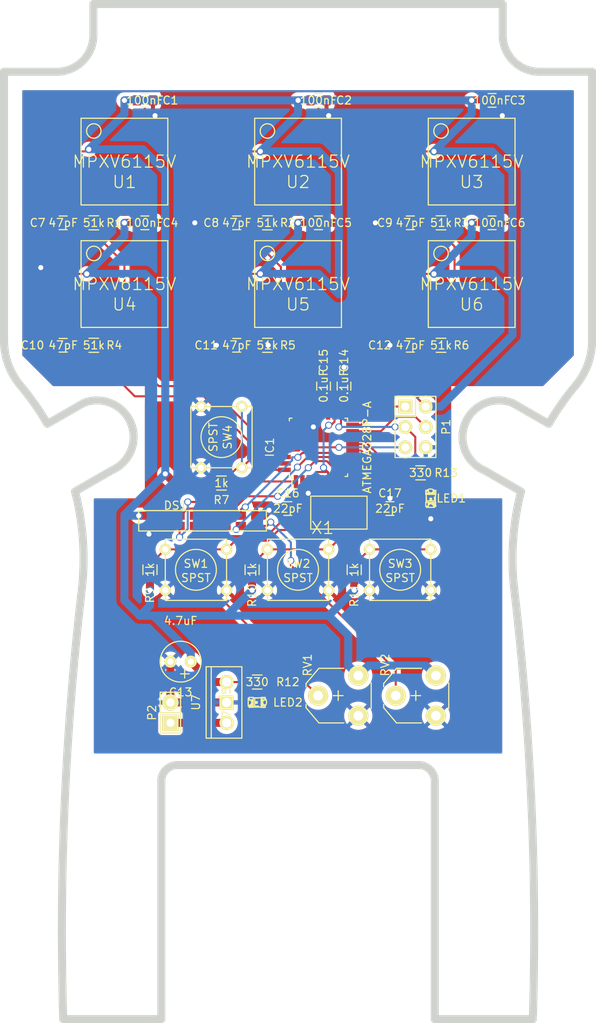
<source format=kicad_pcb>
(kicad_pcb (version 20221018) (generator pcbnew)
  (layers (0 "F.Cu" signal) (31 "B.Cu" signal) (34 "B.Paste" user) (35 "F.Paste" user) (36 "B.SilkS" user "B.Silkscreen") (37 "F.SilkS" user "F.Silkscreen") (38 "B.Mask" user) (39 "F.Mask" user) (44 "Edge.Cuts" user))
  (net 0 "")
  (net 1 "+5V")
  (net 2 "GND")
  (net 3 "S1")
  (net 4 "S2")
  (net 5 "S3")
  (net 6 "S4")
  (net 7 "S5")
  (net 8 "S6")
  (net 9 "Net-(C16-Pad2)")
  (net 10 "Net-(C17-Pad2)")
  (net 11 "LCD_RS")
  (net 12 "LCD_RW")
  (net 13 "LCD_E")
  (net 14 "LCD_DB4")
  (net 15 "LCD_DB5")
  (net 16 "LCD_DB6")
  (net 17 "LCD_DB7")
  (net 18 "B0")
  (net 19 "B1")
  (net 20 "B2")
  (net 21 "/MOSI")
  (net 22 "/MISO")
  (net 23 "/SCK")
  (net 24 "Net-(IC1-Pad19)")
  (net 25 "Net-(IC1-Pad22)")
  (net 26 "/RESET")
  (net 27 "Net-(IC1-Pad30)")
  (net 28 "Net-(U1-Pad6)")
  (net 29 "Net-(U1-Pad7)")
  (net 30 "Net-(U1-Pad8)")
  (net 31 "Net-(U1-Pad5)")
  (net 32 "Net-(U1-Pad1)")
  (net 33 "Net-(U2-Pad6)")
  (net 34 "Net-(U2-Pad7)")
  (net 35 "Net-(U2-Pad8)")
  (net 36 "Net-(U2-Pad5)")
  (net 37 "Net-(U2-Pad1)")
  (net 38 "Net-(U3-Pad6)")
  (net 39 "Net-(U3-Pad7)")
  (net 40 "Net-(U3-Pad8)")
  (net 41 "Net-(U3-Pad5)")
  (net 42 "Net-(U3-Pad1)")
  (net 43 "Net-(U4-Pad6)")
  (net 44 "Net-(U4-Pad7)")
  (net 45 "Net-(U4-Pad8)")
  (net 46 "Net-(U4-Pad5)")
  (net 47 "Net-(U4-Pad1)")
  (net 48 "Net-(U5-Pad6)")
  (net 49 "Net-(U5-Pad7)")
  (net 50 "Net-(U5-Pad8)")
  (net 51 "Net-(U5-Pad5)")
  (net 52 "Net-(U5-Pad1)")
  (net 53 "Net-(U6-Pad6)")
  (net 54 "Net-(U6-Pad7)")
  (net 55 "Net-(U6-Pad8)")
  (net 56 "Net-(U6-Pad5)")
  (net 57 "Net-(U6-Pad1)")
  (net 58 "+BATT")
  (net 59 "Net-(C15-Pad1)")
  (net 60 "Net-(LED1-Pad1)")
  (net 61 "Net-(LED2-Pad1)")
  (net 62 "Net-(DS1-Pad3)")
  (net 63 "Net-(DS1-Pad15)")
  (net 64 "Net-(DS1-Pad7)")
  (net 65 "Net-(DS1-Pad8)")
  (net 66 "Net-(DS1-Pad9)")
  (net 67 "Net-(DS1-Pad10)")
  (footprint "Capacitors_SMD:C_0805" (layer "F.Cu") (at 134.62 38.1)
    (fp_text reference "C2")
    (fp_text value "100nF")
  )
  (footprint "Capacitors_SMD:C_0805" (layer "F.Cu") (at 113.03 53.34)
    (fp_text reference "C4")
    (fp_text value "100nF")
  )
  (footprint "Capacitors_SMD:C_0805" (layer "F.Cu") (at 134.62 53.34)
    (fp_text reference "C5")
    (fp_text value "100nF")
  )
  (footprint "Capacitors_SMD:C_0805" (layer "F.Cu") (at 156.21 53.34)
    (fp_text reference "C6")
    (fp_text value "100nF")
  )
  (footprint "Capacitors_SMD:C_0805" (layer "F.Cu") (at 124.46 53.34 180)
    (fp_text reference "C8")
    (fp_text value "47pF")
  )
  (footprint "Capacitors_SMD:C_0805" (layer "F.Cu") (at 146.05 53.34 180)
    (fp_text reference "C9")
    (fp_text value "47pF")
  )
  (footprint "Capacitors_SMD:C_0805" (layer "F.Cu") (at 102.87 68.58 180)
    (fp_text reference "C10")
    (fp_text value "47pF")
  )
  (footprint "Capacitors_SMD:C_0805" (layer "F.Cu") (at 146.05 68.58 180)
    (fp_text reference "C12")
    (fp_text value "47pF")
  )
  (footprint "Capacitors_SMD:C_0805" (layer "F.Cu") (at 137.795 73.66 90)
    (fp_text reference "C14")
    (fp_text value "0.1uF")
  )
  (footprint "Capacitors_SMD:C_0805" (layer "F.Cu") (at 135.255 73.66 90)
    (fp_text reference "C15")
    (fp_text value "0.1uF")
  )
  (footprint "Housings_QFP:TQFP-32_7x7mm_Pitch0.8mm" (layer "F.Cu") (at 134.62 81.28 90)
    (fp_text reference "IC1")
    (fp_text value "ATMEGA328P-A")
  )
  (footprint "Resistors_SMD:R_0805" (layer "F.Cu") (at 106.68 53.34)
    (fp_text reference "R1")
    (fp_text value "51k")
  )
  (footprint "Resistors_SMD:R_0805" (layer "F.Cu") (at 128.27 53.34)
    (fp_text reference "R2")
    (fp_text value "51k")
  )
  (footprint "Resistors_SMD:R_0805" (layer "F.Cu") (at 128.27 68.58)
    (fp_text reference "R5")
    (fp_text value "51k")
  )
  (footprint "Discret:SW_PUSH_SMALL" (layer "F.Cu") (at 132.08 96.52)
    (fp_text reference "SW2")
    (fp_text value "SPST")
  )
  (footprint "Discret:SW_PUSH_SMALL" (layer "F.Cu") (at 144.78 96.52)
    (fp_text reference "SW3")
    (fp_text value "SPST")
  )
  (footprint "Discret:SW_PUSH_SMALL" (layer "F.Cu") (at 122.555 80.01 -90)
    (fp_text reference "SW4")
    (fp_text value "SPST")
  )
  (footprint "Resistors_SMD:R_0805" (layer "F.Cu") (at 106.68 68.58)
    (fp_text reference "R4")
    (fp_text value "51k")
  )
  (footprint "NQBit_edit:MPXV6115V" (layer "F.Cu") (at 153.67 60.96)
    (fp_text reference "U6")
    (fp_text value "MPXV6115V")
  )
  (footprint "NQBit_edit:MPXV6115V" (layer "F.Cu") (at 132.08 60.96)
    (fp_text reference "U5")
    (fp_text value "MPXV6115V")
  )
  (footprint "Capacitors_SMD:C_0805" (layer "F.Cu") (at 156.21 38.1)
    (fp_text reference "C3")
    (fp_text value "100nF")
  )
  (footprint "NQBit_edit:MPXV6115V" (layer "F.Cu") (at 110.49 45.72)
    (fp_text reference "U1")
    (fp_text value "MPXV6115V")
  )
  (footprint "Resistors_SMD:R_0805" (layer "F.Cu") (at 149.86 53.34)
    (fp_text reference "R3")
    (fp_text value "51k")
  )
  (footprint "Resistors_SMD:R_0805" (layer "F.Cu") (at 149.86 68.58)
    (fp_text reference "R6")
    (fp_text value "51k")
  )
  (footprint "Resistors_SMD:R_0805" (layer "F.Cu") (at 122.555 85.725 180)
    (fp_text reference "R7")
    (fp_text value "1k")
  )
  (footprint "Pin_Headers:Pin_Header_Straight_1x02" (layer "F.Cu") (at 116.205 114.3 90)
    (fp_text reference "P2")
    (fp_text value "CONN_01X02" hide)
  )
  (footprint "Resistors_SMD:R_0805" (layer "F.Cu") (at 126.365 96.52 -90)
    (fp_text reference "R10")
    (fp_text value "1k")
  )
  (footprint "Resistors_SMD:R_0805" (layer "F.Cu") (at 113.665 96.52 -90)
    (fp_text reference "R9")
    (fp_text value "1k")
  )
  (footprint "Resistors_SMD:R_0805" (layer "F.Cu") (at 139.065 96.52 -90)
    (fp_text reference "R11")
    (fp_text value "1k")
  )
  (footprint "Capacitors_SMD:C_0805" (layer "F.Cu") (at 113.03 38.1)
    (fp_text reference "C1")
    (fp_text value "100nF")
  )
  (footprint "NQBit_edit:MPXV6115V" (layer "F.Cu") (at 132.08 45.72)
    (fp_text reference "U2")
    (fp_text value "MPXV6115V")
  )
  (footprint "LEDs:LED-0805" (layer "F.Cu") (at 127 113.03 180)
    (fp_text reference "LED2")
    (fp_text value "LED")
  )
  (footprint "Resistors_SMD:R_0805" (layer "F.Cu") (at 127 110.49 180)
    (fp_text reference "R12")
    (fp_text value "330")
  )
  (footprint "Pin_Headers:Pin_Header_Straight_2x03" (layer "F.Cu") (at 146.685 78.74 -90)
    (fp_text reference "P1")
    (fp_text value "CONN_02X03" hide)
  )
  (footprint "Capacitors_SMD:C_0805" (layer "F.Cu") (at 102.87 53.34 180)
    (fp_text reference "C7")
    (fp_text value "47pF")
  )
  (footprint "Capacitors_Elko_ThroughHole:Elko_vert_11x5mm_RM2.5" (layer "F.Cu") (at 118.745 107.95 180)
    (fp_text reference "C13")
    (fp_text value "4.7uF")
  )
  (footprint "Capacitors_SMD:C_0805" (layer "F.Cu") (at 124.46 68.58 180)
    (fp_text reference "C11")
    (fp_text value "47pF")
  )
  (footprint "Discret:LM78XXV" (layer "F.Cu") (at 123.19 113.03 180)
    (fp_text reference "U7")
    (fp_text value "7805")
  )
  (footprint "NQBit_edit:MPXV6115V" (layer "F.Cu") (at 153.67 45.72)
    (fp_text reference "U3")
    (fp_text value "MPXV6115V")
  )
  (footprint "NQBit_edit:MPXV6115V" (layer "F.Cu") (at 110.49 60.96)
    (fp_text reference "U4")
    (fp_text value "MPXV6115V")
  )
  (footprint "Discret:SW_PUSH_SMALL" (layer "F.Cu") (at 119.38 96.52)
    (fp_text reference "SW1")
    (fp_text value "SPST")
  )
  (footprint "Resistors_SMD:R_0805" (layer "F.Cu") (at 147.32 84.455 180)
    (fp_text reference "R13")
    (fp_text value "330")
  )
  (footprint "LEDs:LED-0805" (layer "F.Cu") (at 148.59 87.63 -90)
    (fp_text reference "LED1")
    (fp_text value "LED")
  )
  (footprint "Capacitors_SMD:C_0805" (layer "F.Cu") (at 130.81 88.9)
    (fp_text reference "C16")
    (fp_text value "22pF")
  )
  (footprint "Capacitors_SMD:C_0805" (layer "F.Cu") (at 143.51 88.9 180)
    (fp_text reference "C17")
    (fp_text value "22pF")
  )
  (footprint "Potentiometers:Potentiometer_VishaySpectrol-Econtrim-Type36M" (layer "F.Cu") (at 139.573 114.681 90)
    (fp_text reference "RV1")
    (fp_text value "10k" hide)
  )
  (footprint "Potentiometers:Potentiometer_VishaySpectrol-Econtrim-Type36M" (layer "F.Cu") (at 149.225 114.681 90)
    (fp_text reference "RV2")
    (fp_text value "10k" hide)
  )
  (footprint "Connect:GS_8x2" (layer "F.Cu") (at 119.888 90.424)
    (fp_text reference "DS1")
    (fp_text value "LCD-016N002L" hide)
  )
  (footprint "NQBit:HC-49USX_SMD" (layer "F.Cu") (at 137.16 89.408)
    (fp_text reference "X1")
    (fp_text value "CRYSTAL" hide)
  )
  (gr_line (start 106.628 29.99) (end 106.628 26.108) (stroke (width 1)) (layer "Edge.Cuts"))
  (gr_arc (start 106.628 29.99) (mid 105.295922 33.205922) (end 102.08 34.538) (stroke (width 1)) (layer "Edge.Cuts"))
  (gr_line (start 95.516 34.538) (end 102.08 34.538) (stroke (width 1)) (layer "Edge.Cuts"))
  (gr_line (start 95.516 67.964) (end 95.516 34.538) (stroke (width 1)) (layer "Edge.Cuts"))
  (gr_arc (start 97.567 73.598) (mid 96.044902 70.962247) (end 95.516078 67.964861) (stroke (width 1)) (layer "Edge.Cuts"))
  (gr_line (start 105.405 75.762) (end 100.905 78.36) (stroke (width 1)) (layer "Edge.Cuts"))
  (gr_arc (start 105.406515 75.760945) (mid 111.289798 78.268647) (end 108.849 84.18) (stroke (width 1)) (layer "Edge.Cuts"))
  (gr_line (start 104.349 86.778) (end 108.849 84.18) (stroke (width 1)) (layer "Edge.Cuts"))
  (gr_line (start 115.077 152.442) (end 102.879 152.442) (stroke (width 1)) (layer "Edge.Cuts"))
  (gr_line (start 115.077 122.819) (end 115.077 152.442) (stroke (width 1)) (layer "Edge.Cuts"))
  (gr_arc (start 115.077 122.819) (mid 115.662786 121.404786) (end 117.077 120.819) (stroke (width 1)) (layer "Edge.Cuts"))
  (gr_line (start 147.083 120.819) (end 117.077 120.819) (stroke (width 1)) (layer "Edge.Cuts"))
  (gr_line (start 149.083 152.442) (end 149.083 122.819) (stroke (width 1)) (layer "Edge.Cuts"))
  (gr_line (start 161.281 152.442) (end 149.083 152.442) (stroke (width 1)) (layer "Edge.Cuts"))
  (gr_line (start 155.311 84.18) (end 159.811 86.778) (stroke (width 1)) (layer "Edge.Cuts"))
  (gr_arc (start 155.309509 84.17891) (mid 152.871274 78.267144) (end 158.755 75.762) (stroke (width 1)) (layer "Edge.Cuts"))
  (gr_line (start 163.255 78.36) (end 158.755 75.762) (stroke (width 1)) (layer "Edge.Cuts"))
  (gr_arc (start 163.271031 78.33224) (mid 164.8297 75.893326) (end 166.593 73.598) (stroke (width 1)) (layer "Edge.Cuts"))
  (gr_arc (start 168.644 67.964) (mid 168.115466 70.961465) (end 166.593613 73.597391) (stroke (width 1)) (layer "Edge.Cuts"))
  (gr_line (start 168.644 34.538) (end 168.644 67.964) (stroke (width 1)) (layer "Edge.Cuts"))
  (gr_line (start 162.08 34.538) (end 168.644 34.538) (stroke (width 1)) (layer "Edge.Cuts"))
  (gr_arc (start 162.08 34.538) (mid 158.864078 33.205922) (end 157.532 29.99) (stroke (width 1)) (layer "Edge.Cuts"))
  (gr_line (start 157.532 26.108) (end 157.532 29.99) (stroke (width 1)) (layer "Edge.Cuts"))
  (gr_line (start 106.628 26.108) (end 157.532 26.108) (stroke (width 1)) (layer "Edge.Cuts"))
  (gr_arc (start 97.587565 73.622591) (mid 99.348667 75.9196) (end 100.905 78.36) (stroke (width 1)) (layer "Edge.Cuts"))
  (gr_arc (start 104.350452 86.783378) (mid 105.332435 92.866709) (end 105.184 99.027) (stroke (width 1)) (layer "Edge.Cuts"))
  (gr_arc (start 158.975419 99.02146) (mid 158.828008 92.861157) (end 159.811 86.778) (stroke (width 1)) (layer "Edge.Cuts"))
  (gr_arc (start 147.083 120.819) (mid 148.497214 121.404786) (end 149.083 122.819) (stroke (width 1)) (layer "Edge.Cuts"))
  (gr_arc (start 158.976 99.027) (mid 161.094693 125.476326) (end 161.29375 152.009628) (stroke (width 1)) (layer "Edge.Cuts"))
  (gr_arc (start 102.879 152.442) (mid 103.046734 125.908487) (end 105.134201 99.456683) (stroke (width 1)) (layer "Edge.Cuts"))
  (segment (start 145.29 59.69) (end 148.985 59.69) (width 0.254) (layer "F.Cu") (net 1))
  (segment (start 145.29 59.69) (end 145.798 59.69) (width 0.254) (layer "F.Cu") (net 1))
  (segment (start 136.175498 78.528502) (end 136.62 78.084) (width 0.254) (layer "F.Cu") (net 1))
  (segment (start 112.03 38.225) (end 112.03 38.1) (width 0.254) (layer "F.Cu") (net 1))
  (segment (start 102.11 59.69) (end 105.805 59.69) (width 0.254) (layer "F.Cu") (net 1))
  (segment (start 121.285 110.49) (end 118.745 107.95) (width 1) (layer "F.Cu") (net 1))
  (segment (start 145.29 59.69) (end 144.782 59.69) (width 0.254) (layer "F.Cu") (net 1))
  (segment (start 137.795 74.66) (end 137.795 74.894198) (width 0.254) (layer "F.Cu") (net 1))
  (segment (start 112.03 53.465) (end 112.03 53.34) (width 0.254) (layer "F.Cu") (net 1))
  (segment (start 135.89 78.528502) (end 136.175498 78.528502) (width 0.254) (layer "F.Cu") (net 1))
  (segment (start 155.21 53.465) (end 155.21 53.34) (width 0.254) (layer "F.Cu") (net 1))
  (segment (start 136.525 76.935) (end 136.62 77.03) (width 0.254) (layer "F.Cu") (net 1))
  (segment (start 113.665 99.06) (end 113.665 97.47) (width 1) (layer "F.Cu") (net 1))
  (segment (start 102.11 59.69) (end 101.602 59.69) (width 0.254) (layer "F.Cu") (net 1))
  (segment (start 133.62 53.34) (end 132.08 53.34) (width 1) (layer "F.Cu") (net 1))
  (segment (start 145.29 44.45) (end 145.798 44.45) (width 0.254) (layer "F.Cu") (net 1))
  (segment (start 123.7 59.69) (end 124.208 59.69) (width 0.254) (layer "F.Cu") (net 1))
  (segment (start 155.21 53.34) (end 153.67 53.34) (width 1) (layer "F.Cu") (net 1))
  (segment (start 135.692999 84.348999) (end 135.82 84.476) (width 0.254) (layer "F.Cu") (net 1))
  (segment (start 136.525 76.164198) (end 136.525 76.935) (width 0.254) (layer "F.Cu") (net 1))
  (segment (start 123.7 59.69) (end 127.395 59.69) (width 0.254) (layer "F.Cu") (net 1))
  (segment (start 121.605 85.725) (end 116.713 85.725) (width 1) (layer "F.Cu") (net 1))
  (segment (start 116.713 85.725) (end 115.57 84.582) (width 1) (layer "F.Cu") (net 1))
  (segment (start 113.538 89.789) (end 112.268 89.789) (width 1) (layer "F.Cu") (net 1))
  (segment (start 145.29 44.45) (end 148.985 44.45) (width 0.254) (layer "F.Cu") (net 1))
  (segment (start 133.62 38.1) (end 132.08 38.1) (width 1) (layer "F.Cu") (net 1))
  (segment (start 101.602 44.45) (end 102.11 44.45) (width 0.254) (layer "F.Cu") (net 1))
  (segment (start 133.62 38.225) (end 133.62 38.1) (width 0.254) (layer "F.Cu") (net 1))
  (segment (start 139.065 97.47) (end 139.065 99.06) (width 1) (layer "F.Cu") (net 1))
  (segment (start 146.415 74.66) (end 147.955 76.2) (width 0.254) (layer "F.Cu") (net 1))
  (segment (start 137.795 74.66) (end 146.415 74.66) (width 0.254) (layer "F.Cu") (net 1))
  (segment (start 144.782 44.45) (end 145.29 44.45) (width 0.254) (layer "F.Cu") (net 1))
  (segment (start 135.82 84.476) (end 135.82 85.53) (width 0.254) (layer "F.Cu") (net 1))
  (segment (start 102.11 59.69) (end 102.618 59.69) (width 0.254) (layer "F.Cu") (net 1))
  (segment (start 135.82 85.53) (end 135.82 84.385) (width 0.254) (layer "F.Cu") (net 1))
  (segment (start 134.440199 84.348999) (end 135.692999 84.348999) (width 0.254) (layer "F.Cu") (net 1))
  (segment (start 133.62 53.465) (end 133.62 53.34) (width 0.254) (layer "F.Cu") (net 1))
  (segment (start 112.03 53.34) (end 110.49 53.34) (width 1) (layer "F.Cu") (net 1))
  (segment (start 136.62 78.084) (end 136.62 77.03) (width 0.254) (layer "F.Cu") (net 1))
  (segment (start 126.05 110.49) (end 123.19 110.49) (width 0.254) (layer "F.Cu") (net 1))
  (segment (start 134.22 85.53) (end 134.22 84.569198) (width 0.254) (layer "F.Cu") (net 1))
  (segment (start 123.7 44.45) (end 124.208 44.45) (width 0.254) (layer "F.Cu") (net 1))
  (segment (start 137.795 74.894198) (end 136.525 76.164198) (width 0.254) (layer "F.Cu") (net 1))
  (segment (start 123.192 44.45) (end 123.7 44.45) (width 0.254) (layer "F.Cu") (net 1))
  (segment (start 123.7 44.45) (end 127.395 44.45) (width 0.254) (layer "F.Cu") (net 1))
  (segment (start 135.82 84.385) (end 135.255 83.82) (width 0.254) (layer "F.Cu") (net 1))
  (segment (start 155.21 38.225) (end 155.21 38.1) (width 0.254) (layer "F.Cu") (net 1))
  (segment (start 134.22 84.569198) (end 134.440199 84.348999) (width 0.254) (layer "F.Cu") (net 1))
  (segment (start 155.21 38.1) (end 153.67 38.1) (width 1) (layer "F.Cu") (net 1))
  (segment (start 126.365 97.47) (end 126.365 99.06) (width 1) (layer "F.Cu") (net 1))
  (segment (start 123.19 110.49) (end 121.285 110.49) (width 1) (layer "F.Cu") (net 1))
  (segment (start 112.03 38.1) (end 110.49 38.1) (width 1) (layer "F.Cu") (net 1))
  (segment (start 102.11 44.45) (end 105.805 44.45) (width 0.254) (layer "F.Cu") (net 1))
  (segment (start 123.7 59.69) (end 123.192 59.69) (width 0.254) (layer "F.Cu") (net 1))
  (segment (start 105.805 44.45) (end 106.063015 44.191985) (width 0.254) (layer "F.Cu") (net 1))
  (via (at 132.08 38.1) (size 0.889) (drill 0.635) (layers "F.Cu" "B.Cu") (net 1))
  (via (at 153.67 38.1) (size 0.889) (drill 0.635) (layers "F.Cu" "B.Cu") (net 1))
  (via (at 112.268 89.789) (size 0.889) (drill 0.635) (layers "F.Cu" "B.Cu") (net 1))
  (via (at 115.57 84.582) (size 0.889) (drill 0.635) (layers "F.Cu" "B.Cu") (net 1))
  (via (at 113.665 99.06) (size 0.889) (drill 0.635) (layers "F.Cu" "B.Cu") (net 1))
  (via (at 132.08 53.34) (size 0.889) (drill 0.635) (layers "F.Cu" "B.Cu") (net 1))
  (via (at 139.065 99.06) (size 0.889) (drill 0.635) (layers "F.Cu" "B.Cu") (net 1))
  (via (at 126.365 99.06) (size 0.889) (drill 0.635) (layers "F.Cu" "B.Cu") (net 1))
  (via (at 110.49 53.34) (size 0.889) (drill 0.635) (layers "F.Cu" "B.Cu") (net 1))
  (via (at 153.67 53.34) (size 0.889) (drill 0.635) (layers "F.Cu" "B.Cu") (net 1))
  (via (at 148.985 59.69) (size 0.889) (drill 0.635) (layers "F.Cu" "B.Cu") (net 1))
  (via (at 135.255 83.82) (size 0.889) (drill 0.635) (layers "F.Cu" "B.Cu") (net 1))
  (via (at 110.49 38.1) (size 0.889) (drill 0.635) (layers "F.Cu" "B.Cu") (net 1))
  (via (at 105.805 59.69) (size 0.889) (drill 0.635) (layers "F.Cu" "B.Cu") (net 1))
  (via (at 148.985 44.45) (size 0.889) (drill 0.635) (layers "F.Cu" "B.Cu") (net 1))
  (via (at 135.89 78.528502) (size 0.889) (drill 0.635) (layers "F.Cu" "B.Cu") (net 1))
  (via (at 106.063015 44.191985) (size 0.889) (drill 0.635) (layers "F.Cu" "B.Cu") (net 1))
  (via (at 127.395 59.69) (size 0.889) (drill 0.635) (layers "F.Cu" "B.Cu") (net 1))
  (via (at 127.395 44.45) (size 0.889) (drill 0.635) (layers "F.Cu" "B.Cu") (net 1))
  (segment (start 158.75 46.99) (end 158.75 62.23) (width 1) (layer "B.Cu") (net 1))
  (segment (start 106.063015 44.191985) (end 112.771985 44.191985) (width 1) (layer "B.Cu") (net 1))
  (segment (start 123.19 102.235) (end 112.395 102.235) (width 1) (layer "B.Cu") (net 1))
  (segment (start 110.617 89.789) (end 110.49 89.662) (width 1) (layer "B.Cu") (net 1))
  (segment (start 138.323321 104.668321) (end 135.89 102.235) (width 1) (layer "B.Cu") (net 1))
  (segment (start 153.67 38.1) (end 153.67 39.765) (width 1) (layer "B.Cu") (net 1))
  (segment (start 113.665 99.06) (end 113.665 100.965) (width 1) (layer "B.Cu") (net 1))
  (segment (start 153.67 39.765) (end 148.985 44.45) (width 1) (layer "B.Cu") (net 1))
  (segment (start 139.573 109.68228) (end 138.323321 108.432601) (width 1) (layer "B.Cu") (net 1))
  (segment (start 137.16 46.99) (end 137.16 62.23) (width 1) (layer "B.Cu") (net 1))
  (segment (start 138.323321 108.432601) (end 138.323321 104.668321) (width 1) (layer "B.Cu") (net 1))
  (segment (start 112.771985 44.191985) (end 115.57 46.99) (width 1) (layer "B.Cu") (net 1))
  (segment (start 149.225 109.68228) (end 147.975321 108.432601) (width 1) (layer "B.Cu") (net 1))
  (segment (start 113.665 100.965) (end 112.395 102.235) (width 1) (layer "B.Cu") (net 1))
  (segment (start 110.49 38.1) (end 110.49 39.765) (width 1) (layer "B.Cu") (net 1))
  (segment (start 134.62 59.69) (end 137.16 62.23) (width 1) (layer "B.Cu") (net 1))
  (segment (start 132.08 53.34) (end 132.08 55.005) (width 1) (layer "B.Cu") (net 1))
  (segment (start 110.49 53.34) (end 110.49 55.005) (width 1) (layer "B.Cu") (net 1))
  (segment (start 147.975321 108.432601) (end 140.822679 108.432601) (width 1) (layer "B.Cu") (net 1))
  (segment (start 112.268 89.789) (end 110.617 89.789) (width 1) (layer "B.Cu") (net 1))
  (segment (start 134.62 44.45) (end 137.16 46.99) (width 1) (layer "B.Cu") (net 1))
  (segment (start 127.395 44.45) (end 134.62 44.45) (width 1) (layer "B.Cu") (net 1))
  (segment (start 149.86 76.2) (end 158.75 67.31) (width 1) (layer "B.Cu") (net 1))
  (segment (start 156.21 59.69) (end 158.75 62.23) (width 1) (layer "B.Cu") (net 1))
  (segment (start 148.985 59.69) (end 156.21 59.69) (width 1) (layer "B.Cu") (net 1))
  (segment (start 132.08 39.765) (end 127.395 44.45) (width 1) (layer "B.Cu") (net 1))
  (segment (start 135.255 79.163502) (end 135.89 78.528502) (width 0.254) (layer "B.Cu") (net 1))
  (segment (start 115.57 46.99) (end 115.57 62.23) (width 1) (layer "B.Cu") (net 1))
  (segment (start 132.08 38.1) (end 132.08 39.765) (width 1) (layer "B.Cu") (net 1))
  (segment (start 158.75 67.31) (end 158.75 62.23) (width 1) (layer "B.Cu") (net 1))
  (segment (start 110.49 89.662) (end 115.57 84.582) (width 1) (layer "B.Cu") (net 1))
  (segment (start 153.67 55.005) (end 148.985 59.69) (width 1) (layer "B.Cu") (net 1))
  (segment (start 140.822679 108.432601) (end 139.573 109.68228) (width 1) (layer "B.Cu") (net 1))
  (segment (start 113.03 59.69) (end 115.57 62.23) (width 1) (layer "B.Cu") (net 1))
  (segment (start 112.395 102.235) (end 110.49 100.33) (width 1) (layer "B.Cu") (net 1))
  (segment (start 110.49 100.33) (end 110.49 89.662) (width 1) (layer "B.Cu") (net 1))
  (segment (start 118.745 107.95) (end 118.745 106.888534) (width 1) (layer "B.Cu") (net 1))
  (segment (start 127.395 59.69) (end 134.62 59.69) (width 1) (layer "B.Cu") (net 1))
  (segment (start 105.805 59.69) (end 113.03 59.69) (width 1) (layer "B.Cu") (net 1))
  (segment (start 132.08 38.1) (end 110.49 38.1) (width 1) (layer "B.Cu") (net 1))
  (segment (start 148.985 44.45) (end 156.21 44.45) (width 1) (layer "B.Cu") (net 1))
  (segment (start 135.255 83.82) (end 135.255 79.163502) (width 0.254) (layer "B.Cu") (net 1))
  (segment (start 147.955 76.2) (end 149.86 76.2) (width 1) (layer "B.Cu") (net 1))
  (segment (start 110.49 39.765) (end 106.063015 44.191985) (width 1) (layer "B.Cu") (net 1))
  (segment (start 110.49 55.005) (end 105.805 59.69) (width 1) (layer "B.Cu") (net 1))
  (segment (start 114.091466 102.235) (end 112.395 102.235) (width 1) (layer "B.Cu") (net 1))
  (segment (start 156.21 44.45) (end 158.75 46.99) (width 1) (layer "B.Cu") (net 1))
  (segment (start 135.89 102.235) (end 139.065 99.06) (width 1) (layer "B.Cu") (net 1))
  (segment (start 118.745 106.888534) (end 114.091466 102.235) (width 1) (layer "B.Cu") (net 1))
  (segment (start 123.19 102.235) (end 135.89 102.235) (width 1) (layer "B.Cu") (net 1))
  (segment (start 153.67 53.34) (end 153.67 55.005) (width 1) (layer "B.Cu") (net 1))
  (segment (start 115.57 84.582) (end 115.57 62.23) (width 1) (layer "B.Cu") (net 1))
  (segment (start 126.365 99.06) (end 123.19 102.235) (width 1) (layer "B.Cu") (net 1))
  (segment (start 132.08 55.005) (end 127.395 59.69) (width 1) (layer "B.Cu") (net 1))
  (segment (start 153.67 38.1) (end 132.08 38.1) (width 1) (layer "B.Cu") (net 1))
  (segment (start 129.22 68.58) (end 129.22 67.242) (width 0.254) (layer "F.Cu") (net 2))
  (segment (start 145.05 67.701) (end 143.638999 66.289999) (width 0.254) (layer "F.Cu") (net 2))
  (segment (start 123.192 62.23) (end 122.048999 63.373001) (width 0.254) (layer "F.Cu") (net 2))
  (segment (start 135.62 39.735) (end 135.89 40.005) (width 0.254) (layer "F.Cu") (net 2))
  (segment (start 134.22 73.57) (end 134.22 77.03) (width 0.254) (layer "F.Cu") (net 2))
  (segment (start 129.607269 89.102731) (end 128.472731 89.102731) (width 1) (layer "F.Cu") (net 2))
  (segment (start 145.05 52.461) (end 143.638999 51.049999) (width 0.254) (layer "F.Cu") (net 2))
  (segment (start 134.22 77.03) (end 134.22 78.505) (width 0.254) (layer "F.Cu") (net 2))
  (segment (start 107.63 53.34) (end 108.234 53.34) (width 0.254) (layer "F.Cu") (net 2))
  (segment (start 116.205 113.03) (end 116.205 107.95) (width 1) (layer "F.Cu") (net 2))
  (segment (start 145.05 53.34) (end 145.05 52.461) (width 0.254) (layer "F.Cu") (net 2))
  (segment (start 144.782 46.99) (end 145.29 46.99) (width 0.254) (layer "F.Cu") (net 2))
  (segment (start 107.63 52.002) (end 102.618 46.99) (width 0.254) (layer "F.Cu") (net 2))
  (segment (start 134.892999 86.711001) (end 133.547001 86.711001) (width 0.254) (layer "F.Cu") (net 2))
  (segment (start 133.42 86.584) (end 133.42 85.53) (width 0.254) (layer "F.Cu") (net 2))
  (segment (start 123.46 53.34) (end 122.706 53.34) (width 0.254) (layer "F.Cu") (net 2))
  (segment (start 133.42 85.53) (end 133.42 86.925) (width 0.254) (layer "F.Cu") (net 2))
  (segment (start 157.21 53.465) (end 157.21 53.34) (width 0.254) (layer "F.Cu") (net 2))
  (segment (start 107.63 67.242) (end 107.63 68.58) (width 0.254) (layer "F.Cu") (net 2))
  (segment (start 101.602 62.23) (end 100.458999 63.373001) (width 0.254) (layer "F.Cu") (net 2))
  (segment (start 102.11 62.23) (end 102.618 62.23) (width 0.254) (layer "F.Cu") (net 2))
  (segment (start 100.085999 61.055201) (end 100.085999 57.875303) (width 1) (layer "F.Cu") (net 2))
  (segment (start 135.62 53.34) (end 140.866757 53.34) (width 1) (layer "F.Cu") (net 2))
  (segment (start 101.260798 62.23) (end 100.085999 61.055201) (width 1) (layer "F.Cu") (net 2))
  (segment (start 102.11 62.23) (end 101.260798 62.23) (width 1) (layer "F.Cu") (net 2))
  (segment (start 157.21 38.1) (end 157.21 39.735) (width 0.254) (layer "F.Cu") (net 2))
  (segment (start 100.085999 57.875303) (end 100.085999 58.911216) (width 1) (layer "F.Cu") (net 2))
  (segment (start 123.192 46.99) (end 123.7 46.99) (width 0.254) (layer "F.Cu") (net 2))
  (segment (start 123.19 113.03) (end 116.205 113.03) (width 1) (layer "F.Cu") (net 2))
  (segment (start 134.22 78.505) (end 133.985 78.74) (width 0.254) (layer "F.Cu") (net 2))
  (segment (start 142.922001 53.34) (end 145.05 53.34) (width 1) (layer "F.Cu") (net 2))
  (segment (start 114.03 39.735) (end 114.3 40.005) (width 0.254) (layer "F.Cu") (net 2))
  (segment (start 114.03 53.34) (end 118.655948 53.34) (width 1) (layer "F.Cu") (net 2))
  (segment (start 143.638999 48.133001) (end 144.782 46.99) (width 0.254) (layer "F.Cu") (net 2))
  (segment (start 124.208 62.23) (end 123.7 62.23) (width 0.254) (layer "F.Cu") (net 2))
  (segment (start 100.458999 63.373001) (end 100.458999 66.289999) (width 0.254) (layer "F.Cu") (net 2))
  (segment (start 123.7 62.23) (end 123.192 62.23) (width 0.254) (layer "F.Cu") (net 2))
  (segment (start 145.29 62.23) (end 144.440798 62.23) (width 1) (layer "F.Cu") (net 2))
  (segment (start 100.085999 57.875303) (end 100.085999 55.249001) (width 1) (layer "F.Cu") (net 2))
  (segment (start 157.21 38.225) (end 157.21 38.1) (width 0.254) (layer "F.Cu") (net 2))
  (segment (start 133.547001 86.711001) (end 133.42 86.584) (width 0.254) (layer "F.Cu") (net 2))
  (segment (start 135.62 53.215) (end 135.62 53.34) (width 0.254) (layer "F.Cu") (net 2))
  (segment (start 114.03 38.225) (end 114.03 38.1) (width 0.254) (layer "F.Cu") (net 2))
  (segment (start 101.87 67.701) (end 101.87 68.58) (width 0.254) (layer "F.Cu") (net 2))
  (segment (start 118.655948 53.34) (end 121.221095 53.34) (width 1) (layer "F.Cu") (net 2))
  (segment (start 127.786462 89.789) (end 128.472731 89.102731) (width 1) (layer "F.Cu") (net 2))
  (segment (start 129.22 53.04) (end 129.926001 52.333999) (width 0.254) (layer "F.Cu") (net 2))
  (segment (start 144.51 88.63) (end 143.51 87.63) (width 1) (layer "F.Cu") (net 2))
  (segment (start 118.655948 53.34) (end 119.241313 53.34) (width 0.254) (layer "F.Cu") (net 2))
  (segment (start 129.22 52.002) (end 124.208 46.99) (width 0.254) (layer "F.Cu") (net 2))
  (segment (start 133.42 86.925) (end 133.35 86.995) (width 0.254) (layer "F.Cu") (net 2))
  (segment (start 122.048999 66.289999) (end 123.46 67.701) (width 0.254) (layer "F.Cu") (net 2))
  (segment (start 113.148999 52.333999) (end 114.03 53.215) (width 0.254) (layer "F.Cu") (net 2))
  (segment (start 142.922001 60.711203) (end 142.922001 53.34) (width 1) (layer "F.Cu") (net 2))
  (segment (start 121.221095 60.600297) (end 121.221095 53.34) (width 1) (layer "F.Cu") (net 2))
  (segment (start 124.208 46.99) (end 123.7 46.99) (width 0.254) (layer "F.Cu") (net 2))
  (segment (start 114.03 53.465) (end 114.03 53.34) (width 0.254) (layer "F.Cu") (net 2))
  (segment (start 122.850798 62.23) (end 121.221095 60.600297) (width 1) (layer "F.Cu") (net 2))
  (segment (start 135.13 72.66) (end 134.22 73.57) (width 0.254) (layer "F.Cu") (net 2))
  (segment (start 129.22 68.58) (end 128.368502 68.58) (width 0.254) (layer "F.Cu") (net 2))
  (segment (start 114.03 53.215) (end 114.03 53.34) (width 0.254) (layer "F.Cu") (net 2))
  (segment (start 121.221095 53.34) (end 123.46 53.34) (width 1) (layer "F.Cu") (net 2))
  (segment (start 102.618 62.23) (end 107.63 67.242) (width 0.254) (layer "F.Cu") (net 2))
  (segment (start 155.997 52.002) (end 150.81 52.002) (width 0.254) (layer "F.Cu") (net 2))
  (segment (start 129.926001 52.333999) (end 134.738999 52.333999) (width 0.254) (layer "F.Cu") (net 2))
  (segment (start 100.458999 48.133001) (end 101.602 46.99) (width 0.254) (layer "F.Cu") (net 2))
  (segment (start 122.048999 52.682999) (end 122.048999 48.133001) (width 0.254) (layer "F.Cu") (net 2))
  (segment (start 129.22 67.242) (end 124.208 62.23) (width 0.254) (layer "F.Cu") (net 2))
  (segment (start 108.234 53.34) (end 109.240001 52.333999) (width 0.254) (layer "F.Cu") (net 2))
  (segment (start 145.798 62.23) (end 145.29 62.23) (width 0.254) (layer "F.Cu") (net 2))
  (segment (start 135.02 85.53) (end 135.02 86.584) (width 0.254) (layer "F.Cu") (net 2))
  (segment (start 101.602 46.99) (end 102.11 46.99) (width 0.254) (layer "F.Cu") (net 2))
  (segment (start 122.706 53.34) (end 122.048999 52.682999) (width 0.254) (layer "F.Cu") (net 2))
  (segment (start 107.63 53.34) (end 107.63 52.002) (width 0.254) (layer "F.Cu") (net 2))
  (segment (start 135.62 38.1) (end 135.62 39.735) (width 0.254) (layer "F.Cu") (net 2))
  (segment (start 135.62 38.225) (end 135.62 38.1) (width 0.254) (layer "F.Cu") (net 2))
  (segment (start 122.048999 63.373001) (end 122.048999 66.289999) (width 0.254) (layer "F.Cu") (net 2))
  (segment (start 140.866757 53.34) (end 141.70007 53.34) (width 0.254) (layer "F.Cu") (net 2))
  (segment (start 150.81 67.242) (end 145.798 62.23) (width 0.254) (layer "F.Cu") (net 2))
  (segment (start 143.638999 51.049999) (end 143.638999 48.133001) (width 0.254) (layer "F.Cu") (net 2))
  (segment (start 157.21 39.735) (end 157.48 40.005) (width 0.254) (layer "F.Cu") (net 2))
  (segment (start 135.02 86.584) (end 134.892999 86.711001) (width 0.254) (layer "F.Cu") (net 2))
  (segment (start 100.458999 66.289999) (end 101.87 67.701) (width 0.254) (layer "F.Cu") (net 2))
  (segment (start 109.240001 52.333999) (end 113.148999 52.333999) (width 0.254) (layer "F.Cu") (net 2))
  (segment (start 145.05 68.58) (end 143.51 68.58) (width 0.254) (layer "F.Cu") (net 2))
  (segment (start 134.738999 52.333999) (end 135.62 53.215) (width 0.254) (layer "F.Cu") (net 2))
  (segment (start 100.458999 51.049999) (end 100.458999 48.133001) (width 0.254) (layer "F.Cu") (net 2))
  (segment (start 101.87 53.465) (end 101.87 53.34) (width 1) (layer "F.Cu") (net 2))
  (segment (start 102.618 46.99) (end 102.11 46.99) (width 0.254) (layer "F.Cu") (net 2))
  (segment (start 101.87 52.461) (end 100.458999 51.049999) (width 0.254) (layer "F.Cu") (net 2))
  (segment (start 135.255 72.66) (end 135.13 72.66) (width 0.254) (layer "F.Cu") (net 2))
  (segment (start 157.21 53.34) (end 157.21 53.215) (width 0.254) (layer "F.Cu") (net 2))
  (segment (start 145.05 68.58) (end 145.05 67.701) (width 0.254) (layer "F.Cu") (net 2))
  (segment (start 150.81 53.34) (end 150.81 52.002) (width 0.254) (layer "F.Cu") (net 2))
  (segment (start 143.638999 63.373001) (end 144.782 62.23) (width 0.254) (layer "F.Cu") (net 2))
  (segment (start 123.7 62.23) (end 122.850798 62.23) (width 1) (layer "F.Cu") (net 2))
  (segment (start 148.59 88.67902) (end 148.59 90.17) (width 1) (layer "F.Cu") (net 2))
  (segment (start 122.048999 48.133001) (end 123.192 46.99) (width 0.254) (layer "F.Cu") (net 2))
  (segment (start 157.21 53.215) (end 155.997 52.002) (width 0.254) (layer "F.Cu") (net 2))
  (segment (start 135.255 72.66) (end 137.795 72.66) (width 0.254) (layer "F.Cu") (net 2))
  (segment (start 129.81 88.9) (end 129.607269 89.102731) (width 1) (layer "F.Cu") (net 2))
  (segment (start 144.782 62.23) (end 145.29 62.23) (width 0.254) (layer "F.Cu") (net 2))
  (segment (start 150.81 68.58) (end 150.81 67.242) (width 0.254) (layer "F.Cu") (net 2))
  (segment (start 144.440798 62.23) (end 142.922001 60.711203) (width 1) (layer "F.Cu") (net 2))
  (segment (start 140.866757 53.34) (end 142.922001 53.34) (width 1) (layer "F.Cu") (net 2))
  (segment (start 113.538 91.059) (end 113.538 92.075) (width 1) (layer "F.Cu") (net 2))
  (segment (start 143.638999 66.289999) (end 143.638999 63.373001) (width 0.254) (layer "F.Cu") (net 2))
  (segment (start 102.11 62.23) (end 101.602 62.23) (width 0.254) (layer "F.Cu") (net 2))
  (segment (start 129.22 53.34) (end 129.22 52.002) (width 0.254) (layer "F.Cu") (net 2))
  (segment (start 150.81 52.002) (end 145.798 46.99) (width 0.254) (layer "F.Cu") (net 2))
  (segment (start 137.795 72.66) (end 137.795 71.31051) (width 0.254) (layer "F.Cu") (net 2))
  (segment (start 126.873 89.789) (end 127.786462 89.789) (width 1) (layer "F.Cu") (net 2))
  (segment (start 125.95098 113.03) (end 123.19 113.03) (width 0.254) (layer "F.Cu") (net 2))
  (segment (start 129.22 53.34) (end 129.22 53.04) (width 0.254) (layer "F.Cu") (net 2))
  (segment (start 123.46 68.58) (end 121.92 68.58) (width 1) (layer "F.Cu") (net 2))
  (segment (start 114.03 38.1) (end 114.03 39.735) (width 0.254) (layer "F.Cu") (net 2))
  (segment (start 144.51 88.9) (end 144.51 88.63) (width 1) (layer "F.Cu") (net 2))
  (segment (start 123.46 67.701) (end 123.46 68.58) (width 0.254) (layer "F.Cu") (net 2))
  (segment (start 145.798 46.99) (end 145.29 46.99) (width 0.254) (layer "F.Cu") (net 2))
  (segment (start 101.87 53.34) (end 101.87 52.461) (width 0.254) (layer "F.Cu") (net 2))
  (segment (start 135.62 53.465) (end 135.62 53.34) (width 0.254) (layer "F.Cu") (net 2))
  (segment (start 100.085999 55.249001) (end 101.87 53.465) (width 1) (layer "F.Cu") (net 2))
  (via (at 119.241313 53.34) (size 0.889) (drill 0.635) (layers "F.Cu" "B.Cu") (net 2))
  (via (at 114.3 40.005) (size 0.889) (drill 0.635) (layers "F.Cu" "B.Cu") (net 2))
  (via (at 148.59 90.17) (size 0.889) (drill 0.635) (layers "F.Cu" "B.Cu") (net 2))
  (via (at 143.51 87.63) (size 0.889) (drill 0.635) (layers "F.Cu" "B.Cu") (net 2))
  (via (at 133.35 86.995) (size 0.889) (drill 0.635) (layers "F.Cu" "B.Cu") (net 2))
  (via (at 157.48 40.005) (size 0.889) (drill 0.635) (layers "F.Cu" "B.Cu") (net 2))
  (via (at 135.89 40.005) (size 0.889) (drill 0.635) (layers "F.Cu" "B.Cu") (net 2))
  (via (at 113.538 92.075) (size 0.889) (drill 0.635) (layers "F.Cu" "B.Cu") (net 2))
  (via (at 137.795 71.31051) (size 0.889) (drill 0.635) (layers "F.Cu" "B.Cu") (net 2))
  (via (at 128.368502 68.58) (size 0.889) (drill 0.635) (layers "F.Cu" "B.Cu") (net 2))
  (via (at 128.472731 89.102731) (size 0.889) (drill 0.635) (layers "F.Cu" "B.Cu") (net 2))
  (via (at 100.085999 58.911216) (size 0.889) (drill 0.635) (layers "F.Cu" "B.Cu") (net 2))
  (via (at 121.92 68.58) (size 0.889) (drill 0.635) (layers "F.Cu" "B.Cu") (net 2))
  (via (at 143.51 68.58) (size 0.889) (drill 0.635) (layers "F.Cu" "B.Cu") (net 2))
  (via (at 133.985 78.74) (size 0.889) (drill 0.635) (layers "F.Cu" "B.Cu") (net 2))
  (via (at 141.70007 53.34) (size 0.889) (drill 0.635) (layers "F.Cu" "B.Cu") (net 2))
  (segment (start 132.62 77.03) (end 132.62 73.484198) (width 0.254) (layer "F.Cu") (net 3))
  (segment (start 145.29 49.53) (end 145.29 51.58) (width 0.254) (layer "F.Cu") (net 3))
  (segment (start 147.05 53.215) (end 147.05 53.34) (width 0.254) (layer "F.Cu") (net 3))
  (segment (start 145.29 51.58) (end 147.05 53.34) (width 0.254) (layer "F.Cu") (net 3))
  (segment (start 151.541001 56.271001) (end 148.91 53.64) (width 0.254) (layer "F.Cu") (net 3))
  (segment (start 132.62 73.484198) (end 135.619198 70.485) (width 0.254) (layer "F.Cu") (net 3))
  (segment (start 135.619198 70.485) (end 150.590802 70.485) (width 0.254) (layer "F.Cu") (net 3))
  (segment (start 151.541001 69.534801) (end 151.541001 56.271001) (width 0.254) (layer "F.Cu") (net 3))
  (segment (start 147.05 53.34) (end 148.91 53.34) (width 0.254) (layer "F.Cu") (net 3))
  (segment (start 150.590802 70.485) (end 151.541001 69.534801) (width 0.254) (layer "F.Cu") (net 3))
  (segment (start 148.91 53.64) (end 148.91 53.34) (width 0.254) (layer "F.Cu") (net 3))
  (segment (start 147.05 53.34) (end 147.05 53.465) (width 0.254) (layer "F.Cu") (net 3))
  (segment (start 131.82 77.03) (end 131.82 73.565764) (width 0.254) (layer "F.Cu") (net 4))
  (segment (start 145.77801 69.97699) (end 147.05 68.705) (width 0.254) (layer "F.Cu") (net 4))
  (segment (start 147.05 68.455) (end 147.05 68.58) (width 0.254) (layer "F.Cu") (net 4))
  (segment (start 145.29 64.77) (end 145.29 66.82) (width 0.254) (layer "F.Cu") (net 4))
  (segment (start 135.408774 69.97699) (end 145.77801 69.97699) (width 0.254) (layer "F.Cu") (net 4))
  (segment (start 147.05 68.705) (end 147.05 68.58) (width 0.254) (layer "F.Cu") (net 4))
  (segment (start 147.05 68.58) (end 148.91 68.58) (width 0.254) (layer "F.Cu") (net 4))
  (segment (start 145.29 66.82) (end 147.05 68.58) (width 0.254) (layer "F.Cu") (net 4))
  (segment (start 131.82 73.565764) (end 135.408774 69.97699) (width 0.254) (layer "F.Cu") (net 4))
  (segment (start 123.7 51.455) (end 123.7 49.53) (width 0.254) (layer "F.Cu") (net 5))
  (segment (start 125.46 53.34) (end 125.46 53.465) (width 0.254) (layer "F.Cu") (net 5))
  (segment (start 123.7 51.455) (end 125.46 53.215) (width 0.254) (layer "F.Cu") (net 5))
  (segment (start 129.951001 69.534801) (end 129.951001 58.831001) (width 0.254) (layer "F.Cu") (net 5))
  (segment (start 129.56539 78.24539) (end 129.56539 69.920412) (width 0.254) (layer "F.Cu") (net 5))
  (segment (start 127.32 53.64) (end 127.32 53.34) (width 0.254) (layer "F.Cu") (net 5))
  (segment (start 125.46 53.34) (end 127.32 53.34) (width 0.254) (layer "F.Cu") (net 5))
  (segment (start 130.37 78.48) (end 129.8 78.48) (width 0.254) (layer "F.Cu") (net 5))
  (segment (start 129.56539 69.920412) (end 129.951001 69.534801) (width 0.254) (layer "F.Cu") (net 5))
  (segment (start 127.32 56.2) (end 127.32 53.34) (width 0.254) (layer "F.Cu") (net 5))
  (segment (start 130.37 78.48) (end 129.845 78.48) (width 0.254) (layer "F.Cu") (net 5))
  (segment (start 129.8 78.48) (end 129.56539 78.24539) (width 0.254) (layer "F.Cu") (net 5))
  (segment (start 125.46 53.215) (end 125.46 53.34) (width 0.254) (layer "F.Cu") (net 5))
  (segment (start 129.951001 58.831001) (end 127.32 56.2) (width 0.254) (layer "F.Cu") (net 5))
  (segment (start 125.46 68.58) (end 125.46 68.705) (width 0.254) (layer "F.Cu") (net 6))
  (segment (start 123.7 66.82) (end 125.46 68.58) (width 0.254) (layer "F.Cu") (net 6))
  (segment (start 130.37 79.28) (end 129.316 79.28) (width 0.254) (layer "F.Cu") (net 6))
  (segment (start 129.316 79.28) (end 127 76.964) (width 0.254) (layer "F.Cu") (net 6))
  (segment (start 127 76.964) (end 127 68.9) (width 0.254) (layer "F.Cu") (net 6))
  (segment (start 125.46 68.58) (end 127.32 68.58) (width 0.254) (layer "F.Cu") (net 6))
  (segment (start 123.7 64.77) (end 123.7 66.82) (width 0.254) (layer "F.Cu") (net 6))
  (segment (start 125.46 68.455) (end 125.46 68.58) (width 0.254) (layer "F.Cu") (net 6))
  (segment (start 127 68.9) (end 127.32 68.58) (width 0.254) (layer "F.Cu") (net 6))
  (segment (start 110.49 58.4) (end 105.73 53.64) (width 0.254) (layer "F.Cu") (net 7))
  (segment (start 102.11 51.455) (end 102.11 49.53) (width 0.254) (layer "F.Cu") (net 7))
  (segment (start 120.957338 73.66) (end 114.766434 73.66) (width 0.254) (layer "F.Cu") (net 7))
  (segment (start 127.377338 80.08) (end 120.957338 73.66) (width 0.254) (layer "F.Cu") (net 7))
  (segment (start 105.73 53.64) (end 105.73 53.34) (width 0.254) (layer "F.Cu") (net 7))
  (segment (start 102.11 51.455) (end 103.87 53.215) (width 0.254) (layer "F.Cu") (net 7))
  (segment (start 103.87 53.34) (end 105.73 53.34) (width 0.254) (layer "F.Cu") (net 7))
  (segment (start 130.37 80.08) (end 127.377338 80.08) (width 0.254) (layer "F.Cu") (net 7))
  (segment (start 114.766434 73.66) (end 110.49 69.383566) (width 0.254) (layer "F.Cu") (net 7))
  (segment (start 103.87 53.34) (end 103.87 53.465) (width 0.254) (layer "F.Cu") (net 7))
  (segment (start 110.49 69.383566) (end 110.49 58.4) (width 0.254) (layer "F.Cu") (net 7))
  (segment (start 103.87 53.215) (end 103.87 53.34) (width 0.254) (layer "F.Cu") (net 7))
  (segment (start 102.11 66.82) (end 103.87 68.58) (width 0.254) (layer "F.Cu") (net 8))
  (segment (start 103.87 68.58) (end 105.73 68.58) (width 0.254) (layer "F.Cu") (net 8))
  (segment (start 105.73 68.88) (end 105.73 68.58) (width 0.254) (layer "F.Cu") (net 8))
  (segment (start 120.342662 74.93) (end 111.78 74.93) (width 0.254) (layer "F.Cu") (net 8))
  (segment (start 103.87 68.455) (end 103.87 68.58) (width 0.254) (layer "F.Cu") (net 8))
  (segment (start 130.37 80.88) (end 126.292662 80.88) (width 0.254) (layer "F.Cu") (net 8))
  (segment (start 102.11 64.77) (end 102.11 66.82) (width 0.254) (layer "F.Cu") (net 8))
  (segment (start 126.292662 80.88) (end 120.342662 74.93) (width 0.254) (layer "F.Cu") (net 8))
  (segment (start 111.78 74.93) (end 105.73 68.88) (width 0.254) (layer "F.Cu") (net 8))
  (segment (start 135.56 89.408) (end 136.62 88.348) (width 0.254) (layer "F.Cu") (net 9))
  (segment (start 134.41 89.408) (end 135.56 89.408) (width 0.254) (layer "F.Cu") (net 9))
  (segment (start 134.41 89.408) (end 132.318 89.408) (width 0.254) (layer "F.Cu") (net 9))
  (segment (start 136.62 88.348) (end 136.62 86.584) (width 0.254) (layer "F.Cu") (net 9))
  (segment (start 132.318 89.408) (end 131.81 88.9) (width 0.254) (layer "F.Cu") (net 9))
  (segment (start 136.62 86.584) (end 136.62 85.53) (width 0.254) (layer "F.Cu") (net 9))
  (segment (start 139.91 89.408) (end 138.76 89.408) (width 0.254) (layer "F.Cu") (net 10))
  (segment (start 137.42 88.068) (end 137.42 86.584) (width 0.254) (layer "F.Cu") (net 10))
  (segment (start 142.422 88.9) (end 142.51 88.9) (width 0.254) (layer "F.Cu") (net 10))
  (segment (start 138.76 89.408) (end 137.42 88.068) (width 0.254) (layer "F.Cu") (net 10))
  (segment (start 137.42 86.584) (end 137.42 85.53) (width 0.254) (layer "F.Cu") (net 10))
  (segment (start 139.91 89.408) (end 141.914 89.408) (width 0.254) (layer "F.Cu") (net 10))
  (segment (start 141.914 89.408) (end 142.422 88.9) (width 0.254) (layer "F.Cu") (net 10))
  (segment (start 117.713999 86.756001) (end 115.443 89.027) (width 0.254) (layer "F.Cu") (net 11))
  (segment (start 115.443 89.027) (end 115.443 89.789) (width 0.254) (layer "F.Cu") (net 11))
  (segment (start 127.500132 83.28) (end 124.024131 86.756001) (width 0.254) (layer "F.Cu") (net 11))
  (segment (start 124.024131 86.756001) (end 117.713999 86.756001) (width 0.254) (layer "F.Cu") (net 11))
  (segment (start 130.37 83.28) (end 127.500132 83.28) (width 0.254) (layer "F.Cu") (net 11))
  (segment (start 127.418566 84.08) (end 123.424087 88.074479) (width 0.254) (layer "F.Cu") (net 12))
  (segment (start 117.348 92.456) (end 117.348 91.059) (width 0.254) (layer "F.Cu") (net 12))
  (segment (start 130.37 84.08) (end 127.418566 84.08) (width 0.254) (layer "F.Cu") (net 12))
  (segment (start 123.424087 88.074479) (end 118.364 88.074479) (width 0.254) (layer "F.Cu") (net 12))
  (via (at 118.364 88.074479) (size 0.889) (drill 0.635) (layers "F.Cu" "B.Cu") (net 12))
  (via (at 117.348 92.456) (size 0.889) (drill 0.635) (layers "F.Cu" "B.Cu") (net 12))
  (segment (start 118.364 91.44) (end 118.364 88.074479) (width 0.254) (layer "B.Cu") (net 12))
  (segment (start 117.348 92.456) (end 118.364 91.44) (width 0.254) (layer "B.Cu") (net 12))
  (segment (start 131.82 85.53) (end 126.687 85.53) (width 0.254) (layer "F.Cu") (net 13))
  (segment (start 123.317001 88.899999) (end 118.364001 88.899999) (width 0.254) (layer "F.Cu") (net 13))
  (segment (start 126.687 85.53) (end 123.317001 88.899999) (width 0.254) (layer "F.Cu") (net 13))
  (segment (start 118.364001 88.899999) (end 117.475 89.789) (width 0.254) (layer "F.Cu") (net 13))
  (segment (start 117.475 89.789) (end 117.348 89.789) (width 0.254) (layer "F.Cu") (net 13))
  (segment (start 131.005199 87.893999) (end 130.691001 88.208197) (width 0.254) (layer "F.Cu") (net 14))
  (segment (start 132.62 86.584) (end 131.310001 87.893999) (width 0.254) (layer "F.Cu") (net 14))
  (segment (start 132.62 85.53) (end 132.62 86.584) (width 0.254) (layer "F.Cu") (net 14))
  (segment (start 130.691001 89.829801) (end 128.191802 92.329) (width 0.254) (layer "F.Cu") (net 14))
  (segment (start 130.691001 88.208197) (end 130.691001 89.829801) (width 0.254) (layer "F.Cu") (net 14))
  (segment (start 131.310001 87.893999) (end 131.005199 87.893999) (width 0.254) (layer "F.Cu") (net 14))
  (segment (start 123.063 91.821) (end 123.063 91.059) (width 0.254) (layer "F.Cu") (net 14))
  (segment (start 123.571 92.329) (end 123.063 91.821) (width 0.254) (layer "F.Cu") (net 14))
  (segment (start 128.191802 92.329) (end 123.571 92.329) (width 0.254) (layer "F.Cu") (net 14))
  (segment (start 134.175501 82.994499) (end 133.35 83.82) (width 0.254) (layer "F.Cu") (net 15))
  (segment (start 124.044104 89.027) (end 123.952 89.027) (width 0.254) (layer "F.Cu") (net 15))
  (segment (start 136.736742 84.08) (end 135.651241 82.994499) (width 0.254) (layer "F.Cu") (net 15))
  (segment (start 129.54 87.376) (end 125.695104 87.376) (width 0.254) (layer "F.Cu") (net 15))
  (segment (start 123.952 89.027) (end 123.19 89.789) (width 0.254) (layer "F.Cu") (net 15))
  (segment (start 123.19 89.789) (end 123.063 89.789) (width 0.254) (layer "F.Cu") (net 15))
  (segment (start 138.87 84.08) (end 136.736742 84.08) (width 0.254) (layer "F.Cu") (net 15))
  (segment (start 125.695104 87.376) (end 124.044104 89.027) (width 0.254) (layer "F.Cu") (net 15))
  (segment (start 135.651241 82.994499) (end 134.175501 82.994499) (width 0.254) (layer "F.Cu") (net 15))
  (via (at 133.35 83.82) (size 0.889) (drill 0.635) (layers "F.Cu" "B.Cu") (net 15))
  (via (at 129.54 87.376) (size 0.889) (drill 0.635) (layers "F.Cu" "B.Cu") (net 15))
  (segment (start 133.35 83.82) (end 129.794 87.376) (width 0.254) (layer "B.Cu") (net 15))
  (segment (start 129.794 87.376) (end 129.54 87.376) (width 0.254) (layer "B.Cu") (net 15))
  (segment (start 124.841011 91.058981) (end 124.396512 91.50348) (width 0.254) (layer "F.Cu") (net 16))
  (segment (start 124.967981 91.058981) (end 124.841011 91.058981) (width 0.254) (layer "F.Cu") (net 16))
  (segment (start 136.655176 83.28) (end 135.861665 82.486489) (width 0.254) (layer "F.Cu") (net 16))
  (segment (start 135.861665 82.486489) (end 133.262049 82.486489) (width 0.254) (layer "F.Cu") (net 16))
  (segment (start 138.87 83.28) (end 136.655176 83.28) (width 0.254) (layer "F.Cu") (net 16))
  (segment (start 133.262049 82.486489) (end 132.004269 83.744269) (width 0.254) (layer "F.Cu") (net 16))
  (segment (start 124.968 91.059) (end 124.967981 91.058981) (width 0.254) (layer "F.Cu") (net 16))
  (via (at 124.396512 91.50348) (size 0.889) (drill 0.635) (layers "F.Cu" "B.Cu") (net 16))
  (via (at 132.004269 83.744269) (size 0.889) (drill 0.635) (layers "F.Cu" "B.Cu") (net 16))
  (segment (start 124.396512 91.352026) (end 124.396512 91.50348) (width 0.254) (layer "B.Cu") (net 16))
  (segment (start 132.004269 83.744269) (end 124.396512 91.352026) (width 0.254) (layer "B.Cu") (net 16))
  (segment (start 132.602597 81.978479) (end 132.055538 82.525538) (width 0.254) (layer "F.Cu") (net 17))
  (segment (start 136.072089 81.978479) (end 132.602597 81.978479) (width 0.254) (layer "F.Cu") (net 17))
  (segment (start 138.87 82.48) (end 136.57361 82.48) (width 0.254) (layer "F.Cu") (net 17))
  (segment (start 124.968 89.789) (end 124.968 89.027) (width 0.254) (layer "F.Cu") (net 17))
  (segment (start 125.28178 88.71322) (end 125.525345 88.71322) (width 0.254) (layer "F.Cu") (net 17))
  (segment (start 124.968 89.027) (end 125.28178 88.71322) (width 0.254) (layer "F.Cu") (net 17))
  (segment (start 136.57361 82.48) (end 136.072089 81.978479) (width 0.254) (layer "F.Cu") (net 17))
  (via (at 132.055538 82.525538) (size 0.889) (drill 0.635) (layers "F.Cu" "B.Cu") (net 17))
  (via (at 125.525345 88.71322) (size 0.889) (drill 0.635) (layers "F.Cu" "B.Cu") (net 17))
  (segment (start 132.055538 82.525538) (end 131.342462 82.525538) (width 0.254) (layer "B.Cu") (net 17))
  (segment (start 131.342462 82.525538) (end 131.342462 82.896103) (width 0.254) (layer "B.Cu") (net 17))
  (segment (start 131.342462 82.896103) (end 125.525345 88.71322) (width 0.254) (layer "B.Cu") (net 17))
  (segment (start 145.415 89.805802) (end 143.653812 91.56699) (width 0.254) (layer "F.Cu") (net 18))
  (segment (start 139.924 81.68) (end 145.415 87.171) (width 0.254) (layer "F.Cu") (net 18))
  (segment (start 128.338737 92.900499) (end 124.269501 92.900499) (width 0.254) (layer "F.Cu") (net 18))
  (segment (start 124.269501 92.900499) (end 123.19 93.98) (width 0.254) (layer "F.Cu") (net 18))
  (segment (start 115.555 93.98) (end 115.57 93.98) (width 0.254) (layer "F.Cu") (net 18))
  (segment (start 145.415 87.171) (end 145.415 89.805802) (width 0.254) (layer "F.Cu") (net 18))
  (segment (start 129.672246 91.56699) (end 128.338737 92.900499) (width 0.254) (layer "F.Cu") (net 18))
  (segment (start 123.19 93.98) (end 115.57 93.98) (width 0.254) (layer "F.Cu") (net 18))
  (segment (start 143.653812 91.56699) (end 129.672246 91.56699) (width 0.254) (layer "F.Cu") (net 18))
  (segment (start 113.665 95.57) (end 113.965 95.57) (width 0.254) (layer "F.Cu") (net 18))
  (segment (start 113.965 95.57) (end 115.555 93.98) (width 0.254) (layer "F.Cu") (net 18))
  (segment (start 138.87 81.68) (end 139.924 81.68) (width 0.254) (layer "F.Cu") (net 18))
  (segment (start 145.92301 86.784576) (end 145.92301 90.016226) (width 0.254) (layer "F.Cu") (net 19))
  (segment (start 140.018434 80.88) (end 145.92301 86.784576) (width 0.254) (layer "F.Cu") (net 19))
  (segment (start 143.864236 92.075) (end 137.795 92.075) (width 0.254) (layer "F.Cu") (net 19))
  (segment (start 138.87 80.88) (end 140.018434 80.88) (width 0.254) (layer "F.Cu") (net 19))
  (segment (start 128.255 93.98) (end 128.27 93.98) (width 0.254) (layer "F.Cu") (net 19))
  (segment (start 126.365 95.57) (end 126.665 95.57) (width 0.254) (layer "F.Cu") (net 19))
  (segment (start 145.92301 90.016226) (end 143.864236 92.075) (width 0.254) (layer "F.Cu") (net 19))
  (segment (start 126.665 95.57) (end 128.255 93.98) (width 0.254) (layer "F.Cu") (net 19))
  (segment (start 137.795 92.075) (end 135.89 93.98) (width 0.254) (layer "F.Cu") (net 19))
  (segment (start 135.89 93.98) (end 128.27 93.98) (width 0.254) (layer "F.Cu") (net 19))
  (segment (start 146.43102 86.574152) (end 139.936868 80.08) (width 0.254) (layer "F.Cu") (net 20))
  (segment (start 146.43102 90.22665) (end 142.67767 93.98) (width 0.254) (layer "F.Cu") (net 20))
  (segment (start 139.936868 80.08) (end 138.87 80.08) (width 0.254) (layer "F.Cu") (net 20))
  (segment (start 142.67767 93.98) (end 140.97 93.98) (width 0.254) (layer "F.Cu") (net 20))
  (segment (start 146.43102 90.22665) (end 146.43102 86.574152) (width 0.254) (layer "F.Cu") (net 20))
  (segment (start 139.38 95.57) (end 140.97 93.98) (width 0.254) (layer "F.Cu") (net 20))
  (segment (start 139.065 95.57) (end 139.38 95.57) (width 0.254) (layer "F.Cu") (net 20))
  (segment (start 148.59 93.98) (end 140.97 93.98) (width 0.254) (layer "F.Cu") (net 20))
  (segment (start 142.383258 79.28) (end 144.167859 77.495399) (width 0.254) (layer "F.Cu") (net 21))
  (segment (start 147.934556 78.74) (end 147.955 78.74) (width 0.254) (layer "F.Cu") (net 21))
  (segment (start 146.689955 77.495399) (end 147.934556 78.74) (width 0.254) (layer "F.Cu") (net 21))
  (segment (start 144.167859 77.495399) (end 146.689955 77.495399) (width 0.254) (layer "F.Cu") (net 21))
  (segment (start 138.87 79.28) (end 142.383258 79.28) (width 0.254) (layer "F.Cu") (net 21))
  (segment (start 139.924 78.48) (end 142.204 76.2) (width 0.254) (layer "F.Cu") (net 22))
  (segment (start 142.204 76.2) (end 145.415 76.2) (width 0.254) (layer "F.Cu") (net 22))
  (segment (start 138.87 78.48) (end 139.924 78.48) (width 0.254) (layer "F.Cu") (net 22))
  (segment (start 146.37 83.551) (end 146.37 84.455) (width 0.254) (layer "F.Cu") (net 23))
  (segment (start 145.415 78.74) (end 146.659601 79.984601) (width 0.254) (layer "F.Cu") (net 23))
  (segment (start 137.42 78.48) (end 137.42 77.03) (width 0.254) (layer "F.Cu") (net 23))
  (segment (start 145.415 78.74) (end 144.145 78.74) (width 0.254) (layer "F.Cu") (net 23))
  (segment (start 137.16 78.74) (end 137.42 78.48) (width 0.254) (layer "F.Cu") (net 23))
  (segment (start 146.659601 79.984601) (end 146.659601 83.261399) (width 0.254) (layer "F.Cu") (net 23))
  (segment (start 146.659601 83.261399) (end 146.37 83.551) (width 0.254) (layer "F.Cu") (net 23))
  (via (at 137.16 78.74) (size 0.889) (drill 0.635) (layers "F.Cu" "B.Cu") (net 23))
  (via (at 144.145 78.74) (size 0.889) (drill 0.635) (layers "F.Cu" "B.Cu") (net 23))
  (segment (start 144.145 78.74) (end 137.16 78.74) (width 0.254) (layer "B.Cu") (net 23))
  (segment (start 124.506 83.82) (end 125.095 83.82) (width 0.254) (layer "F.Cu") (net 26))
  (segment (start 127.235 81.68) (end 130.37 81.68) (width 0.254) (layer "F.Cu") (net 26))
  (segment (start 123.505 85.725) (end 123.505 84.821) (width 0.254) (layer "F.Cu") (net 26))
  (segment (start 132.582642 81.28) (end 137.16 81.28) (width 0.254) (layer "F.Cu") (net 26))
  (segment (start 130.37 81.68) (end 132.182642 81.68) (width 0.254) (layer "F.Cu") (net 26))
  (segment (start 132.182642 81.68) (end 132.582642 81.28) (width 0.254) (layer "F.Cu") (net 26))
  (segment (start 123.505 84.821) (end 124.506 83.82) (width 0.254) (layer "F.Cu") (net 26))
  (segment (start 125.095 83.82) (end 127.235 81.68) (width 0.254) (layer "F.Cu") (net 26))
  (via (at 137.16 81.28) (size 0.889) (drill 0.635) (layers "F.Cu" "B.Cu") (net 26))
  (segment (start 137.16 81.28) (end 145.415 81.28) (width 0.254) (layer "B.Cu") (net 26))
  (segment (start 125.095 76.2) (end 125.095 83.82) (width 0.254) (layer "B.Cu") (net 26))
  (segment (start 123.19 115.57) (end 116.205 115.57) (width 1) (layer "F.Cu") (net 58))
  (segment (start 135.02 74.895) (end 135.02 77.03) (width 0.254) (layer "F.Cu") (net 59))
  (segment (start 135.255 74.66) (end 135.02 74.895) (width 0.254) (layer "F.Cu") (net 59))
  (segment (start 148.27 84.455) (end 148.27 86.26098) (width 0.254) (layer "F.Cu") (net 60))
  (segment (start 148.27 86.26098) (end 148.59 86.58098) (width 0.254) (layer "F.Cu") (net 60))
  (segment (start 128.04902 113.03) (end 128.04902 110.58902) (width 0.254) (layer "F.Cu") (net 61))
  (segment (start 128.04902 110.58902) (end 127.95 110.49) (width 0.254) (layer "F.Cu") (net 61))
  (segment (start 115.443 91.821) (end 115.443 91.059) (width 0.254) (layer "F.Cu") (net 62))
  (segment (start 118.693641 96.301001) (end 112.710199 96.301001) (width 0.254) (layer "F.Cu") (net 62))
  (segment (start 112.633999 96.224801) (end 112.633999 94.630001) (width 0.254) (layer "F.Cu") (net 62))
  (segment (start 112.710199 96.301001) (end 112.633999 96.224801) (width 0.254) (layer "F.Cu") (net 62))
  (segment (start 134.57428 112.18164) (end 118.693641 96.301001) (width 0.254) (layer "F.Cu") (net 62))
  (segment (start 112.633999 94.630001) (end 115.443 91.821) (width 0.254) (layer "F.Cu") (net 62))
  (segment (start 144.22628 112.18164) (end 144.22628 108.993942) (width 0.254) (layer "F.Cu") (net 63))
  (segment (start 128.680039 90.590372) (end 128.211411 91.059) (width 0.254) (layer "F.Cu") (net 63))
  (segment (start 128.211411 91.059) (end 126.873 91.059) (width 0.254) (layer "F.Cu") (net 63))
  (segment (start 144.22628 108.993942) (end 131.191 95.958662) (width 0.254) (layer "F.Cu") (net 63))
  (segment (start 131.191 95.958662) (end 131.191 95.377) (width 0.254) (layer "F.Cu") (net 63))
  (via (at 128.680039 90.590372) (size 0.889) (drill 0.635) (layers "F.Cu" "B.Cu") (net 63))
  (via (at 131.191 95.377) (size 0.889) (drill 0.635) (layers "F.Cu" "B.Cu") (net 63))
  (segment (start 131.191 95.377) (end 131.191 93.101333) (width 0.254) (layer "B.Cu") (net 63))
  (segment (start 131.191 93.101333) (end 128.680039 90.590372) (width 0.254) (layer "B.Cu") (net 63))
  (zone (net 2) (net_name "GND") (layer "F.Cu") (connect_pads (clearance 0.508)) (min_thickness 0.254) (fill yes (thermal_gap 0.508) (thermal_bridge_width 0.508))
    (polygon (pts (xy 97.79 36.83) (xy 166.37 36.83) (xy 166.37 69.85) (xy 162.56 73.66) (xy 151.13 73.66) (xy 151.13 87.63) (xy 157.48 87.63) (xy 157.48 119.38) (xy 106.68 119.38) (xy 106.68 87.63) (xy 113.03 87.63) (xy 113.03 73.66) (xy 101.6 73.66) (xy 97.79 69.85)))
  )
  (zone (net 2) (net_name "GND") (layer "B.Cu") (connect_pads (clearance 0.508)) (min_thickness 0.254) (fill yes (thermal_gap 0.508) (thermal_bridge_width 0.508))
    (polygon (pts (xy 97.79 36.83) (xy 166.37 36.83) (xy 166.37 69.85) (xy 162.56 73.66) (xy 151.13 73.66) (xy 151.13 87.63) (xy 157.48 87.63) (xy 157.48 119.38) (xy 106.68 119.38) (xy 106.68 87.63) (xy 113.03 87.63) (xy 113.03 73.66) (xy 101.6 73.66) (xy 97.79 69.85)))
  )
)
</source>
